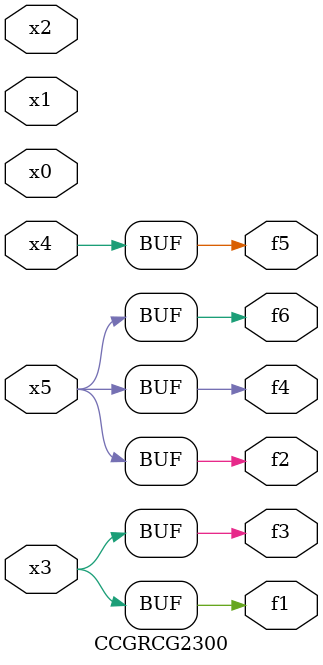
<source format=v>
module CCGRCG2300(
	input x0, x1, x2, x3, x4, x5,
	output f1, f2, f3, f4, f5, f6
);
	assign f1 = x3;
	assign f2 = x5;
	assign f3 = x3;
	assign f4 = x5;
	assign f5 = x4;
	assign f6 = x5;
endmodule

</source>
